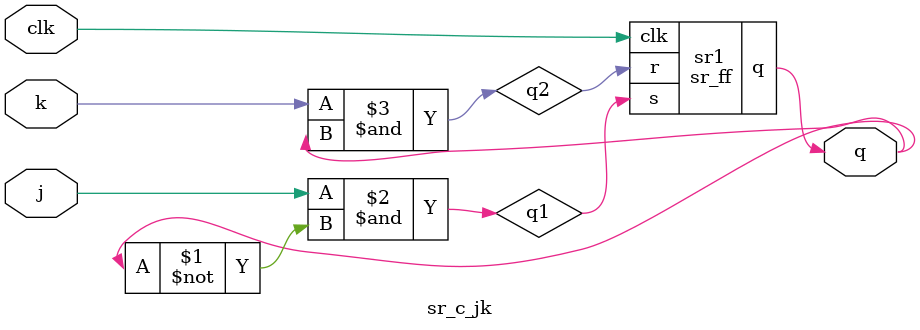
<source format=v>
 module sr_ff(
        input s,r,clk,
        output reg  q);

always@(posedge clk)
begin
case ({s,r})
         2'b00: q <= q;
         2'b01: q <= 0;
         2'b10: q <= 1;
         2'b11: q <= 1'bx;
         default: q <=1'b0 ;
endcase
end
endmodule

module sr_c_jk(
	input j,k,clk,
	output q);
	wire q1,q2;
	assign q1 = j & ~q;
	assign q2 = k & q;
 	sr_ff sr1 (.s(q1),.r(q2),.clk(clk),.q(q));
	endmodule



</source>
